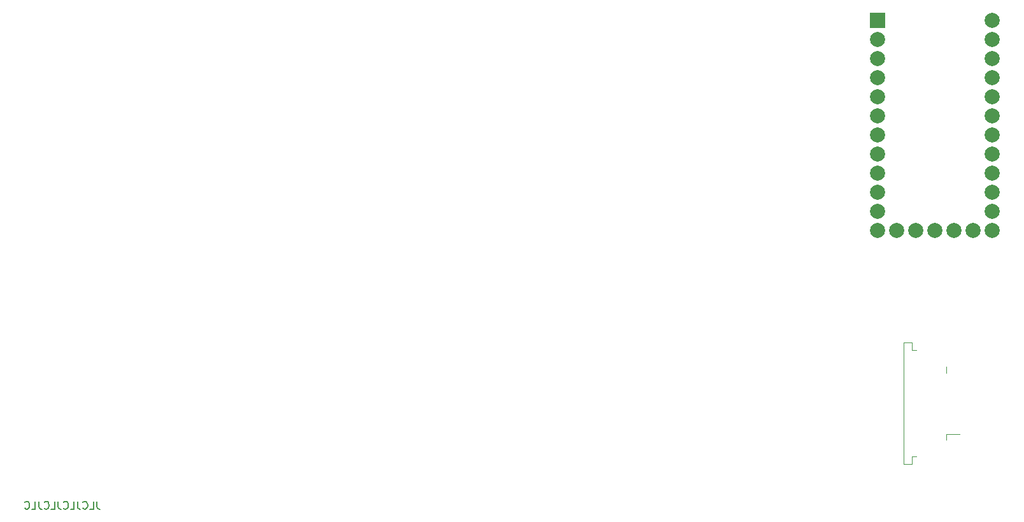
<source format=gbr>
%TF.GenerationSoftware,KiCad,Pcbnew,(6.0.4)*%
%TF.CreationDate,2023-12-12T22:20:10-08:00*%
%TF.ProjectId,keyboard,6b657962-6f61-4726-942e-6b696361645f,v1.0.0*%
%TF.SameCoordinates,Original*%
%TF.FileFunction,Legend,Bot*%
%TF.FilePolarity,Positive*%
%FSLAX46Y46*%
G04 Gerber Fmt 4.6, Leading zero omitted, Abs format (unit mm)*
G04 Created by KiCad (PCBNEW (6.0.4)) date 2023-12-12 22:20:10*
%MOMM*%
%LPD*%
G01*
G04 APERTURE LIST*
%ADD10C,0.150000*%
%ADD11C,0.000000*%
%ADD12C,0.120000*%
%ADD13R,2.000000X2.000000*%
%ADD14C,2.000000*%
G04 APERTURE END LIST*
D10*
X154619047Y-154052380D02*
X154619047Y-154766666D01*
X154666666Y-154909523D01*
X154761904Y-155004761D01*
X154904761Y-155052380D01*
X155000000Y-155052380D01*
X153666666Y-155052380D02*
X154142857Y-155052380D01*
X154142857Y-154052380D01*
X152761904Y-154957142D02*
X152809523Y-155004761D01*
X152952380Y-155052380D01*
X153047619Y-155052380D01*
X153190476Y-155004761D01*
X153285714Y-154909523D01*
X153333333Y-154814285D01*
X153380952Y-154623809D01*
X153380952Y-154480952D01*
X153333333Y-154290476D01*
X153285714Y-154195238D01*
X153190476Y-154100000D01*
X153047619Y-154052380D01*
X152952380Y-154052380D01*
X152809523Y-154100000D01*
X152761904Y-154147619D01*
X152047619Y-154052380D02*
X152047619Y-154766666D01*
X152095238Y-154909523D01*
X152190476Y-155004761D01*
X152333333Y-155052380D01*
X152428571Y-155052380D01*
X151095238Y-155052380D02*
X151571428Y-155052380D01*
X151571428Y-154052380D01*
X150190476Y-154957142D02*
X150238095Y-155004761D01*
X150380952Y-155052380D01*
X150476190Y-155052380D01*
X150619047Y-155004761D01*
X150714285Y-154909523D01*
X150761904Y-154814285D01*
X150809523Y-154623809D01*
X150809523Y-154480952D01*
X150761904Y-154290476D01*
X150714285Y-154195238D01*
X150619047Y-154100000D01*
X150476190Y-154052380D01*
X150380952Y-154052380D01*
X150238095Y-154100000D01*
X150190476Y-154147619D01*
X149476190Y-154052380D02*
X149476190Y-154766666D01*
X149523809Y-154909523D01*
X149619047Y-155004761D01*
X149761904Y-155052380D01*
X149857142Y-155052380D01*
X148523809Y-155052380D02*
X149000000Y-155052380D01*
X149000000Y-154052380D01*
X147619047Y-154957142D02*
X147666666Y-155004761D01*
X147809523Y-155052380D01*
X147904761Y-155052380D01*
X148047619Y-155004761D01*
X148142857Y-154909523D01*
X148190476Y-154814285D01*
X148238095Y-154623809D01*
X148238095Y-154480952D01*
X148190476Y-154290476D01*
X148142857Y-154195238D01*
X148047619Y-154100000D01*
X147904761Y-154052380D01*
X147809523Y-154052380D01*
X147666666Y-154100000D01*
X147619047Y-154147619D01*
X146904761Y-154052380D02*
X146904761Y-154766666D01*
X146952380Y-154909523D01*
X147047619Y-155004761D01*
X147190476Y-155052380D01*
X147285714Y-155052380D01*
X145952380Y-155052380D02*
X146428571Y-155052380D01*
X146428571Y-154052380D01*
X145047619Y-154957142D02*
X145095238Y-155004761D01*
X145238095Y-155052380D01*
X145333333Y-155052380D01*
X145476190Y-155004761D01*
X145571428Y-154909523D01*
X145619047Y-154814285D01*
X145666666Y-154623809D01*
X145666666Y-154480952D01*
X145619047Y-154290476D01*
X145571428Y-154195238D01*
X145476190Y-154100000D01*
X145333333Y-154052380D01*
X145238095Y-154052380D01*
X145095238Y-154100000D01*
X145047619Y-154147619D01*
D11*
%TO.C,*%
D12*
X263000000Y-149070000D02*
X263000000Y-148045000D01*
X261890000Y-149070000D02*
X263000000Y-149070000D01*
X263000000Y-133955000D02*
X263000000Y-132930000D01*
X267510000Y-136935000D02*
X267510000Y-136110000D01*
X263000000Y-132930000D02*
X261890000Y-132930000D01*
X263540000Y-133955000D02*
X263000000Y-133955000D01*
X267510000Y-145890000D02*
X267510000Y-145065000D01*
X263000000Y-148045000D02*
X263540000Y-148045000D01*
X261890000Y-132930000D02*
X261890000Y-149070000D01*
X267510000Y-145065000D02*
X269310000Y-145065000D01*
%TD*%
D13*
%TO.C,*%
X258380000Y-90030000D03*
D14*
X258380000Y-92570000D03*
X258380000Y-95110000D03*
X258380000Y-97650000D03*
X258380000Y-100190000D03*
X258380000Y-102730000D03*
X258380000Y-105270000D03*
X258380000Y-107810000D03*
X258380000Y-110350000D03*
X258380000Y-112890000D03*
X258380000Y-115430000D03*
X258380000Y-117970000D03*
X273620000Y-117970000D03*
X273620000Y-115430000D03*
X273620000Y-112890000D03*
X273620000Y-110350000D03*
X273620000Y-107810000D03*
X273620000Y-105270000D03*
X273620000Y-102730000D03*
X273620000Y-100190000D03*
X273620000Y-97650000D03*
X273620000Y-95110000D03*
X273620000Y-92570000D03*
X273620000Y-90030000D03*
X260920000Y-117970000D03*
X263460000Y-117970000D03*
X266000000Y-117970000D03*
X268540000Y-117970000D03*
X271080000Y-117970000D03*
%TD*%
M02*

</source>
